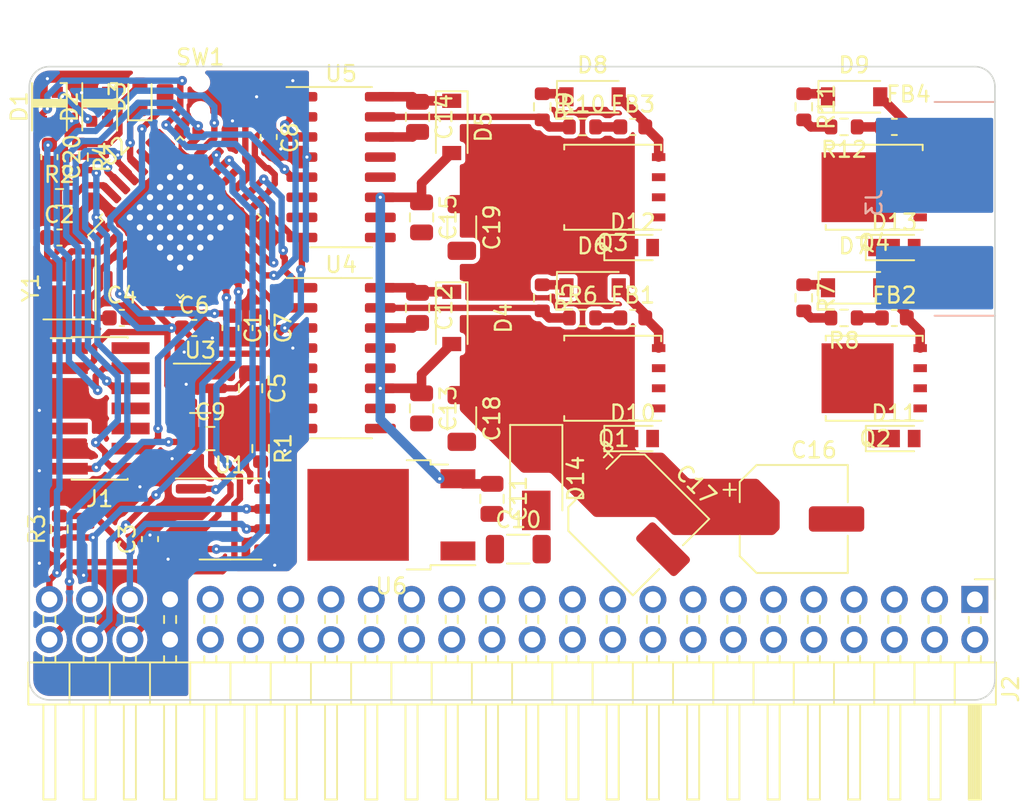
<source format=kicad_pcb>
(kicad_pcb (version 20211014) (generator pcbnew)
  (layers (0 "F.Cu" jumper) (31 "B.Cu" signal) (34 "B.Paste" user) (35 "F.Paste" user) (36 "B.SilkS" user "B.Silkscreen") (37 "F.SilkS" user "F.Silkscreen") (38 "B.Mask" user) (39 "F.Mask" user) (44 "Edge.Cuts" user))
  (net 0 "")
  (net 1 "/NRST")
  (net 2 "GND")
  (net 3 "/OSC_IN")
  (net 4 "+5V")
  (net 5 "/OSC_OUT")
  (net 6 "+3V3")
  (net 7 "VCC")
  (net 8 "GNDPWR")
  (net 9 "+12V")
  (net 10 "Net-(C12-Pad1)")
  (net 11 "/AOUT")
  (net 12 "Net-(C14-Pad1)")
  (net 13 "/BOUT")
  (net 14 "/NeoPixel")
  (net 15 "Net-(D1-Pad1)")
  (net 17 "/DISABLE")
  (net 18 "Net-(D3-Pad2)")
  (net 19 "Net-(D6-Pad1)")
  (net 20 "Net-(D6-Pad2)")
  (net 21 "Net-(D7-Pad1)")
  (net 22 "Net-(D7-Pad2)")
  (net 23 "Net-(D8-Pad1)")
  (net 24 "Net-(D8-Pad2)")
  (net 25 "Net-(D9-Pad1)")
  (net 26 "Net-(D9-Pad2)")
  (net 27 "Net-(FB1-Pad1)")
  (net 28 "Net-(FB2-Pad1)")
  (net 29 "Net-(FB3-Pad1)")
  (net 30 "Net-(FB4-Pad1)")
  (net 33 "/SWDIO")
  (net 34 "/SWCLK")
  (net 38 "/VCP_RX")
  (net 39 "/VCP_TX")
  (net 40 "/CANL")
  (net 41 "/PWM_IN2")
  (net 42 "/CANH")
  (net 43 "/PWM_IN1")
  (net 44 "Net-(R1-Pad2)")
  (net 45 "/BOOT0")
  (net 46 "/AHG")
  (net 47 "/ALG")
  (net 48 "/BHG")
  (net 49 "/BLG")
  (net 50 "/CAN_TX")
  (net 51 "/CAN_RX")
  (net 58 "/ALIN")
  (net 59 "/BLIN")
  (net 60 "/AHIN")
  (net 61 "/BHIN")
  (footprint "Resistor_SMD:R_0603_1608Metric" (layer "F.Cu") (at 179.705 102.87 -90)
    (fp_text reference "R11")
    (fp_text value "5R")
  )
  (footprint "Diode_SMD:D_SOD-123" (layer "F.Cu") (at 182.88 114.3)
    (fp_text reference "D7")
    (fp_text value "1N4148W")
  )
  (footprint "Capacitor_SMD:C_0603_1608Metric" (layer "F.Cu") (at 138.43 130.175 90)
    (fp_text reference "C3")
    (fp_text value "0.1uF")
  )
  (footprint "Inductor_SMD:L_0603_1608Metric" (layer "F.Cu") (at 168.91 104.14)
    (fp_text reference "FB3")
    (fp_text value "60Ohm 100MHz")
  )
  (footprint "Package_TO_SOT_SMD:TDSON-8-1" (layer "F.Cu") (at 167.64 120.015 180)
    (fp_text reference "Q1")
    (fp_text value "BSC025N08LS5")
  )
  (footprint "Resistor_SMD:R_0603_1608Metric" (layer "F.Cu") (at 182.245 116.205 180)
    (fp_text reference "R8")
    (fp_text value "7.5R")
  )
  (footprint "Button_Switch_additional:TVAF06-A020B-R" (layer "F.Cu") (at 141.605 102.235 90)
    (fp_text reference "SW1")
    (fp_text value "SW_Push")
  )
  (footprint "Resistor_SMD:R_0603_1608Metric" (layer "F.Cu") (at 165.735 116.205)
    (fp_text reference "R6")
    (fp_text value "7.5R")
  )
  (footprint "Resistor_SMD:R_0603_1608Metric" (layer "F.Cu") (at 182.245 104.14 180)
    (fp_text reference "R12")
    (fp_text value "7.5R")
  )
  (footprint "Capacitor_SMD:C_1206_3216Metric" (layer "F.Cu") (at 161.68 130.81)
    (fp_text reference "C10")
    (fp_text value "10uF")
  )
  (footprint "Capacitor_SMD:C_0805_2012Metric" (layer "F.Cu") (at 155.321 115.57 -90)
    (fp_text reference "C12")
    (fp_text value "10uF")
  )
  (footprint "Package_TO_SOT_SMD:TO-252-2" (layer "F.Cu") (at 153.67 128.645 180)
    (fp_text reference "U6")
    (fp_text value "L7812")
  )
  (footprint "Resistor_SMD:R_0603_1608Metric" (layer "F.Cu") (at 132.715 108.585)
    (fp_text reference "R2")
    (fp_text value "10kR")
  )
  (footprint "Capacitor_SMD:C_0805_2012Metric" (layer "F.Cu") (at 155.575 109.855 -90)
    (fp_text reference "C15")
    (fp_text value "10uF")
  )
  (footprint "Inductor_SMD:L_0603_1608Metric" (layer "F.Cu") (at 185.42 104.14)
    (fp_text reference "FB4")
    (fp_text value "60Ohm 100MHz")
  )
  (footprint "Package_SO:SOIC-8_3.9x4.9mm_P1.27mm" (layer "F.Cu") (at 143.51 128.905)
    (fp_text reference "U1")
    (fp_text value "MCP2551-I-SN")
  )
  (footprint "Package_TO_SOT_SMD:TDSON-8-1" (layer "F.Cu") (at 167.64 107.95 180)
    (fp_text reference "Q3")
    (fp_text value "BSC025N08LS5")
  )
  (footprint "Capacitor_SMD:CP_Elec_6.3x7.7" (layer "F.Cu") (at 179.07 128.905)
    (fp_text reference "C16")
    (fp_text value "33uF")
  )
  (footprint "Package_TO_SOT_SMD:SOT-23" (layer "F.Cu") (at 141.605 120.65)
    (fp_text reference "U3")
    (fp_text value "MCP1792-3302H")
  )
  (footprint "Capacitor_SMD:C_0603_1608Metric" (layer "F.Cu") (at 145.923 104.775 -90)
    (fp_text reference "C8")
    (fp_text value "0.1uF")
  )
  (footprint "Resistor_SMD:R_0603_1608Metric" (layer "F.Cu") (at 133.985 106.045 -90)
    (fp_text reference "R4")
    (fp_text value "10kR")
  )
  (footprint "Resistor_SMD:R_0603_1608Metric" (layer "F.Cu") (at 163.195 102.87 -90)
    (fp_text reference "R9")
    (fp_text value "5R")
  )
  (footprint "Capacitor_SMD:C_0805_2012Metric" (layer "F.Cu") (at 144.78 120.65 -90)
    (fp_text reference "C5")
    (fp_text value "10uF")
  )
  (footprint "Diode_additional:D_US2A" (layer "F.Cu") (at 168.91 123.825)
    (fp_text reference "D10")
    (fp_text value "CUHS20S60H3F")
  )
  (footprint "Resistor_SMD:R_0603_1608Metric" (layer "F.Cu") (at 163.195 114.935 -90)
    (fp_text reference "R5")
    (fp_text value "5R")
  )
  (footprint "Package_TO_SOT_SMD:TDSON-8-1" (layer "F.Cu") (at 184.15 120.015 180)
    (fp_text reference "Q2")
    (fp_text value "BSC025N08LS5")
  )
  (footprint "Resistor_SMD:R_0603_1608Metric" (layer "F.Cu") (at 179.705 114.935 -90)
    (fp_text reference "R7")
    (fp_text value "5R")
  )
  (footprint "Capacitor_SMD:C_0805_2012Metric" (layer "F.Cu") (at 160.02 127.635 -90)
    (fp_text reference "C11")
    (fp_text value "10uF")
  )
  (footprint "Diode_SMD:D_SMA" (layer "F.Cu") (at 162.814 126.365 -90)
    (fp_text reference "D14")
    (fp_text value "D_TVS")
  )
  (footprint "Diode_additional:D_US2A" (layer "F.Cu") (at 185.42 111.76)
    (fp_text reference "D13")
    (fp_text value "CUHS20S60H3F")
  )
  (footprint "Capacitor_SMD:C_0805_2012Metric" (layer "F.Cu") (at 155.575 121.92 -90)
    (fp_text reference "C13")
    (fp_text value "10uF")
  )
  (footprint "Capacitor_SMD:CP_Elec_6.3x7.7" (layer "F.Cu") (at 168.91 128.905 -45)
    (fp_text reference "C17")
    (fp_text value "33uF")
  )
  (footprint "Capacitor_SMD:C_0603_1608Metric" (layer "F.Cu") (at 136.652 116.205)
    (fp_text reference "C4")
    (fp_text value "22pF")
  )
  (footprint "Capacitor_SMD:C_0603_1608Metric" (layer "F.Cu") (at 141.224 116.84)
    (fp_text reference "C6")
    (fp_text value "0.1uF")
  )
  (footprint "Capacitor_SMD:C_1206_3216Metric" (layer "F.Cu") (at 158.115 110.49 -90)
    (fp_text reference "C19")
    (fp_text value "10uF")
  )
  (footprint "Resistor_SMD:R_0603_1608Metric" (layer "F.Cu") (at 145.415 124.46 -90)
    (fp_text reference "R1")
    (fp_text value "10kR")
  )
  (footprint "Inductor_SMD:L_0603_1608Metric" (layer "F.Cu") (at 185.42 116.205)
    (fp_text reference "FB2")
    (fp_text value "60Ohm 100MHz")
  )
  (footprint "Capacitor_SMD:C_0805_2012Metric" (layer "F.Cu") (at 142.245 123.825)
    (fp_text reference "C9")
    (fp_text value "10uF")
  )
  (footprint "Capacitor_SMD:C_0805_2012Metric" (layer "F.Cu") (at 155.321 103.505 -90)
    (fp_text reference "C14")
    (fp_text value "10uF")
  )
  (footprint "Package_QFP:LQFP-32_7x7mm_P0.8mm" (layer "F.Cu") (at 140.335 109.855 45)
    (fp_text reference "U2")
    (fp_text value "STM32F303K8Tx")
  )
  (footprint "Package_TO_SOT_SMD:TDSON-8-1" (layer "F.Cu") (at 184.15 107.95 180)
    (fp_text reference "Q4")
    (fp_text value "BSC025N08LS5")
  )
  (footprint "LED_SMD:LED_0603_1608Metric" (layer "F.Cu") (at 137.795 102.235 90)
    (fp_text reference "D3")
    (fp_text value "LED")
  )
  (footprint "Diode_SMD:D_SOD-123" (layer "F.Cu") (at 157.48 116.205 -90)
    (fp_text reference "D4")
    (fp_text value "1N4148W")
  )
  (footprint "Capacitor_SMD:C_0603_1608Metric" (layer "F.Cu") (at 143.51 116.84 -90)
    (fp_text reference "C1")
    (fp_text value "0.1uF")
  )
  (footprint "Resistor_SMD:R_0603_1608Metric" (layer "F.Cu") (at 165.735 104.14)
    (fp_text reference "R10")
    (fp_text value "7.5R")
  )
  (footprint "Connector_PinHeader_2.54mm:PinHeader_2x24_P2.54mm_Horizontal" (layer "F.Cu") (at 190.5 133.985 -90)
    (fp_text reference "J2")
    (fp_text value "Header_hol_02x24")
  )
  (footprint "Crystal:Crystal_SMD_3225-4Pin_3.2x2.5mm" (layer "F.Cu") (at 133.35 114.3 90)
    (fp_text reference "Y1")
    (fp_text value "16MHz")
  )
  (footprint "Package_SO:SOIC-16_3.9x9.9mm_P1.27mm" (layer "F.Cu") (at 150.495 106.68)
    (fp_text reference "U5")
    (fp_text value "2EDF7175")
  )
  (footprint "Package_SO:SOIC-16_3.9x9.9mm_P1.27mm" (layer "F.Cu") (at 150.495 118.745)
    (fp_text reference "U4")
    (fp_text value "2EDF7175")
  )
  (footprint "Capacitor_SMD:C_0603_1608Metric" (layer "F.Cu") (at 145.415 116.84 -90)
    (fp_text reference "C7")
    (fp_text value "0.1uF")
  )
  (footprint "LED_additional:LED_2020Metric_WS2812C_2.0x2.0mm_P1.0mm" (layer "F.Cu") (at 135.255 102.87 90)
    (fp_text reference "D2")
    (fp_text value "WS2812C")
  )
  (footprint "Diode_SMD:D_SOD-123" (layer "F.Cu") (at 166.37 114.3)
    (fp_text reference "D6")
    (fp_text value "1N4148W")
  )
  (footprint "Diode_SMD:D_SOD-123" (layer "F.Cu") (at 157.48 104.14 -90)
    (fp_text reference "D5")
    (fp_text value "1N4148W")
  )
  (footprint "Inductor_SMD:L_0603_1608Metric" (layer "F.Cu") (at 168.91 116.205)
    (fp_text reference "FB1")
    (fp_text value "60Ohm 100MHz")
  )
  (footprint "Capacitor_SMD:C_0603_1608Metric" (layer "F.Cu") (at 132.08 106.045 -90)
    (fp_text reference "C20")
    (fp_text value "0.1uF")
  )
  (footprint "Diode_SMD:D_SOD-123" (layer "F.Cu") (at 166.37 102.235)
    (fp_text reference "D8")
    (fp_text value "1N4148W")
  )
  (footprint "Connector_PinHeader_1.27mm:PinHeader_2x07_P1.27mm_Vertical_SMD" (layer "F.Cu") (at 135.255 121.92)
    (fp_text reference "J1")
    (fp_text value "Conn_02x07_Odd_Even")
  )
  (footprint "Capacitor_SMD:C_0603_1608Metric" (layer "F.Cu") (at 132.715 111.125)
    (fp_text reference "C2")
    (fp_text value "22pF")
  )
  (footprint "LED_additional:LED_2020Metric_WS2812C_2.0x2.0mm_P1.0mm" (layer "F.Cu") (at 132.08 102.87 90)
    (fp_text reference "D1")
    (fp_text value "WS2812C")
  )
  (footprint "Diode_additional:D_US2A" (layer "F.Cu") (at 168.91 111.76)
    (fp_text reference "D12")
    (fp_text value "CUHS20S60H3F")
  )
  (footprint "Capacitor_SMD:C_1206_3216Metric" (layer "F.Cu") (at 158.115 122.555 -90)
    (fp_text reference "C18")
    (fp_text value "10uF")
  )
  (footprint "Diode_additional:D_US2A" (layer "F.Cu") (at 185.42 123.825)
    (fp_text reference "D11")
    (fp_text value "CUHS20S60H3F")
  )
  (footprint "Diode_SMD:D_SOD-123" (layer "F.Cu") (at 182.88 102.235)
    (fp_text reference "D9")
    (fp_text value "1N4148W")
  )
  (footprint "Resistor_SMD:R_0603_1608Metric" (layer "F.Cu") (at 132.715 129.54 90)
    (fp_text reference "R3")
    (fp_text value "120R")
  )
  (footprint "Connector_T_connector:T_connecter_female_horizontal" (layer "B.Cu") (at 187.96 109.565)
    (fp_text reference "J3")
    (fp_text value "Output")
  )
  (gr_arc (start 190.5 100.33) (mid 191.398026 100.701974) (end 191.77 101.6) (layer "Edge.Cuts") (width 0.1))
  (gr_arc (start 191.77 139.065) (mid 191.398026 139.963026) (end 190.5 140.335) (layer "Edge.Cuts") (width 0.1))
  (gr_line (start 132.08 140.335) (end 190.5 140.335) (layer "Edge.Cuts") (width 0.1))
  (gr_line (start 130.81 101.6) (end 130.81 139.065) (layer "Edge.Cuts") (width 0.1))
  (gr_line (start 191.77 139.065) (end 191.77 101.6) (layer "Edge.Cuts") (width 0.1))
  (gr_arc (start 132.08 140.335) (mid 131.181974 139.963026) (end 130.81 139.065) (layer "Edge.Cuts") (width 0.1))
  (gr_line (start 190.5 100.33) (end 132.08 100.33) (layer "Edge.Cuts") (width 0.1))
  (gr_arc (start 130.81 101.6) (mid 131.181974 100.701974) (end 132.08 100.33) (layer "Edge.Cuts") (width 0.1))
  (segment (start 139.38 102.235) (end 139.38 102.809) (width 0.4) (layer "F.Cu") (net 1))
  (segment (start 136.525 113.099314) (end 136.525 114.681) (width 0.4) (layer "F.Cu") (net 1))
  (segment (start 138.304022 124.46) (end 137.205 124.46) (width 0.4) (layer "F.Cu") (net 1))
  (segment (start 142.505988 115.922629) (end 143.367629 115.922629) (width 0.4) (layer "F.Cu") (net 1))
  (segment (start 143.367629 115.922629) (end 143.51 116.065) (width 0.4) (layer "F.Cu") (net 1))
  (segment (start 139.38 102.809) (end 137.922 104.267) (width 0.4) (layer "F.Cu") (net 1))
  (segment (start 138.938 123.826022) (end 138.304022 124.46) (width 0.4) (layer "F.Cu") (net 1))
  (segment (start 137.099986 112.524328) (end 136.525 113.099314) (width 0.4) (layer "F.Cu") (net 1))
  (segment (start 138.938 123.19) (end 138.938 123.826022) (width 0.4) (layer "F.Cu") (net 1))
  (via (at 136.525 114.681) (size 0.6) (drill 0.2) (layers "F.Cu" "B.Cu") (net 1))
  (via (at 138.938 123.19) (size 0.6) (drill 0.2) (layers "F.Cu" "B.Cu") (net 1))
  (via (at 142.505988 115.922629) (size 0.6) (drill 0.2) (layers "F.Cu" "B.Cu") (net 1))
  (via (at 137.922 104.267) (size 0.6) (drill 0.2) (layers "F.Cu" "B.Cu") (net 1))
  (segment (start 136.525 114.681) (end 137.766629 115.922629) (width 0.4) (layer "B.Cu") (net 1))
  (segment (start 135.931062 110.397046) (end 136.525 110.990984) (width 0.4) (layer "B.Cu") (net 1))
  (segment (start 138.938 118.745) (end 138.938 123.19) (width 0.4) (layer "B.Cu") (net 1))
  (segment (start 137.922 107.898113) (end 135.931062 109.889051) (width 0.4) (layer "B.Cu") (net 1))
  (segment (start 135.931062 109.889051) (end 135.931062 110.397046) (width 0.4) (layer "B.Cu") (net 1))
  (segment (start 142.505988 115.922629) (end 141.760371 115.922629) (width 0.4) (layer "B.Cu") (net 1))
  (segment (start 141.760371 115.922629) (end 138.938 118.745) (width 0.4) (layer "B.Cu") (net 1))
  (segment (start 136.525 110.990984) (end 136.525 114.681) (width 0.4) (layer "B.Cu") (net 1))
  (segment (start 137.922 104.267) (end 137.922 107.898113) (width 0.4) (layer "B.Cu") (net 1))
  (segment (start 137.766629 115.922629) (end 142.505988 115.922629) (width 0.4) (layer "B.Cu") (net 1))
  (segment (start 140.335 106.68) (end 140.335 104.648) (width 0.2) (layer "F.Cu") (net 2))
  (segment (start 140.335 115.189) (end 140.335 113.919) (width 0.2) (layer "F.Cu") (net 2))
  (segment (start 140.335 103.802772) (end 140.843 103.294772) (width 0.2) (layer "F.Cu") (net 2))
  (segment (start 131.445 114.3) (end 131.19048 114.04548) (width 0.2) (layer "F.Cu") (net 2))
  (segment (start 140.335 104.648) (end 140.335 103.802772) (width 0.2) (layer "F.Cu") (net 2))
  (segment (start 131.19048 114.04548) (end 131.19048 110.36352) (width 0.2) (layer "F.Cu") (net 2))
  (segment (start 140.843 103.294772) (end 140.843 102.743) (width 0.2) (layer "F.Cu") (net 2))
  (segment (start 131.19048 110.36352) (end 131.572 109.982) (width 0.2) (layer "F.Cu") (net 2))
  (via (at 139.7 112.395) (size 0.8) (drill 0.4) (layers "F.Cu" "B.Cu") (net 2))
  (via (at 141.605 109.22) (size 0.8) (drill 0.4) (layers "F.Cu" "B.Cu") (net 2))
  (via (at 140.589 118.364) (size 0.6) (drill 0.2) (layers "F.Cu" "B.Cu") (net 2))
  (via (at 140.335 110.49) (size 0.8) (drill 0.4) (layers "F.Cu" "B.Cu") (net 2))
  (via (at 140.97 111.125) (size 0.8) (drill 0.4) (layers "F.Cu" "B.Cu") (net 2))
  (via (at 137.795 110.49) (size 0.8) (drill 0.4) (layers "F.Cu" "B.Cu") (net 2))
  (via (at 139.7 107.315) (size 0.8) (drill 0.4) (layers "F.Cu" "B.Cu") (net 2))
  (via (at 137.795 109.22) (size 0.8) (drill 0.4) (layers "F.Cu" "B.Cu") (net 2))
  (via (at 131.445 128.27) (size 0.6) (drill 0.2) (layers "F.Cu" "B.Cu") (net 2))
  (via (at 142.24 108.585) (size 0.8) (drill 0.4) (layers "F.Cu" "B.Cu") (net 2))
  (via (at 137.795 126.873) (size 0.6) (drill 0.2) (layers "F.Cu" "B.Cu") (net 2))
  (via (at 139.827 125.095) (size 0.6) (drill 0.2) (layers "F.Cu" "B.Cu") (net 2))
  (via (at 140.335 113.03) (size 0.8) (drill 0.4) (layers "F.Cu" "B.Cu") (net 2))
  (via (at 134.239 132.461) (size 0.6) (drill 0.2) (layers "F.Cu" "B.Cu") (net 2))
  (via (at 131.445 125.857) (size 0.6) (drill 0.2) (layers "F.Cu" "B.Cu") (net 2))
  (via (at 145.161 102.235) (size 0.6) (drill 0.2) (layers "F.Cu" "B.Cu") (net 2))
  (via (at 142.875 110.49) (size 0.8) (drill 0.4) (layers "F.Cu" "B.Cu") (net 2))
  (via (at 141.605 110.49) (size 0.8) (drill 0.4) (layers "F.Cu" "B.Cu") (net 2))
  (via (at 131.953 101.092) (size 0.6) (drill 0.2) (layers "F.Cu" "B.Cu") (net 2))
  (via (at 147.447 118.11) (size 0.6) (drill 0.2) (layers "F.Cu" "B.Cu") (net 2))
  (via (at 139.065 109.22) (size 0.8) (drill 0.4) (layers "F.Cu" "B.Cu") (net 2))
  (via (at 135.636 127.762) (size 0.6) (drill 0.2) (layers "F.Cu" "B.Cu") (net 2))
  (via (at 138.43 129.921) (size 0.6) (drill 0.2) (layers "F.Cu" "B.Cu") (net 2))
  (via (at 148.336 106.045) (size 0.6) (drill 0.2) (layers "F.Cu" "B.Cu") (net 2))
  (via (at 138.43 108.585) (size 0.8) (drill 0.4) (layers "F.Cu" "B.Cu") (net 2))
  (via (at 139.7 109.855) (size 0.8) (drill 0.4) (layers "F.Cu" "B.Cu") (net 2))
  (via (at 131.445 122.047) (size 0.6) (drill 0.2) (layers "F.Cu" "B.Cu") (net 2))
  (via (at 146.685 105.537) (size 0.6) (drill 0.2) (layers "F.Cu" "B.Cu") (net 2))
  (via (at 140.335 106.68) (size 0.8) (drill 0.4) (layers "F.Cu" "B.Cu") (net 2))
  (via (at 141.605 111.76) (size 0.8) (drill 0.4) (layers "F.Cu" "B.Cu") (net 2))
  (via (at 140.97 107.315) (size 0.8) (drill 0.4) (layers "F.Cu" "B.Cu") (net 2))
  (via (at 138.43 111.125) (size 0.8) (drill 0.4) (layers "F.Cu" "B.Cu") (net 2))
  (via (at 134.112 101.981) (size 0.6) (drill 0.2) (layers "F.Cu" "B.Cu") (net 2))
  (via (at 140.97 109.855) (size 0.8) (drill 0.4) (layers "F.Cu" "B.Cu") (net 2))
  (via (at 142.24 109.855) (size 0.8) (drill 0.4) (layers "F.Cu" "B.Cu") (net 2))
  (via (at 140.97 108.585) (size 0.8) (drill 0.4) (layers "F.Cu" "B.Cu") (net 2))
  (via (at 143.637 103.759) (size 0.6) (drill 0.2) (layers "F.Cu" "B.Cu") (net 2))
  (via (at 142.875 109.22) (size 0.8) (drill 0.4) (layers "F.Cu" "B.Cu") (net 2))
  (via (at 140.335 107.95) (size 0.8) (drill 0.4) (layers "F.Cu" "B.Cu") (net 2))
  (via (at 140.335 109.22) (size 0.8) (drill 0.4) (layers "F.Cu" "B.Cu") (net 2))
  (via (at 139.065 111.76) (size 0.8) (drill 0.4) (layers "F.Cu" "B.Cu") (net 2))
  (via (at 140.335 115.189) (size 0.6) (drill 0.2) (layers "F.Cu" "B.Cu") (net 2))
  (via (at 137.16 109.855) (size 0.8) (drill 0.4) (layers "F.Cu" "B.Cu") (net 2))
  (via (at 146.939 124.587) (size 0.6) (drill 0.2) (layers "F.Cu" "B.Cu") (net 2))
  (via (at 139.7 108.585) (size 0.8) (drill 0.4) (layers "F.Cu" "B.Cu") (net 2))
  (via (at 140.335 111.76) (size 0.8) (drill 0.4) (layers "F.Cu" "B.Cu") (net 2))
  (via (at 131.445 114.3) (size 0.6) (drill 0.2) (layers "F.Cu" "B.Cu") (net 2))
  (via (at 140.716 120.396) (size 0.6) (drill 0.2) (layers "F.Cu" "B.Cu") (net 2))
  (via (at 131.445 131.699) (size 0.6) (drill 0.2) (layers "F.Cu" "B.Cu") (net 2))
  (via (at 143.51 109.855) (size 0.8) (drill 0.4) (layers "F.Cu" "B.Cu") (net 2))
  (via (at 133.477 103.759) (size 0.6) (drill 0.2) (layers "F.Cu" "B.Cu") (net 2))
  (via (at 147.447 101.219) (size 0.6) (drill 0.2) (layers "F.Cu" "B.Cu") (net 2))
  (via (at 139.065 110.49) (size 0.8) (drill 0.4) (layers "F.Cu" "B.Cu") (net 2))
  (via (at 141.605 107.95) (size 0.8) (drill 0.4) (layers "F.Cu" "B.Cu") (net 2))
  (via (at 142.24 111.125) (size 0.8) (drill 0.4) (layers "F.Cu" "B.Cu") (net 2))
  (via (at 142.367 117.475) (size 0.6) (drill 0.2) (layers "F.Cu" "B.Cu") (net 2))
  (via (at 139.573 131.445) (size 0.6) (drill 0.2) (layers "F.Cu" "B.Cu") (net 2))
  (via (at 140.97 112.395) (size 0.8) (drill 0.4) (layers "F.Cu" "B.Cu") (net 2))
  (via (at 139.065 107.95) (size 0.8) (drill 0.4) (layers "F.Cu" "B.Cu") (net 2))
  (via (at 138.43 109.855) (size 0.8) (drill 0.4) (layers "F.Cu" "B.Cu") (net 2))
  (via (at 146.304 131.826) (size 0.6) (drill 0.2) (layers "F.Cu" "B.Cu") (net 2))
  (via (at 139.7 111.125) (size 0.8) (drill 0.4) (layers "F.Cu" "B.Cu") (net 2))
  (segment (start 139.573 131.445) (end 139.573 131.064) (width 0.2) (layer "B.Cu") (net 2))
  (segment (start 135.636 127.762) (end 134.239 129.159) (width 0.2) (layer "B.Cu") (net 2))
  (segment (start 139.573 131.064) (end 138.43 129.921) (width 0.2) (layer "B.Cu") (net 2))
  (segment (start 134.239 129.159) (end 134.239 132.461) (width 0.2) (layer "B.Cu") (net 2))
  (segment (start 131.94 111.125) (end 131.94 112.64) (width 0.4) (layer "F.Cu") (net 3))
  (segment (start 132.5 112.991) (end 133.49148 111.99952) (width 0.4) (layer "F.Cu") (net 3))
  (segment (start 132.5 113.2) (end 132.5 112.991) (width 0.4) (layer "F.Cu") (net 3))
  (segment (start 133.49148 111.99952) (end 135.362053 111.99952) (width 0.4) (layer "F.Cu") (net 3))
  (segment (start 131.94 112.64) (end 132.5 113.2) (width 0.4) (layer "F.Cu") (net 3))
  (segment (start 135.362053 111.99952) (end 135.968616 111.392957) (width 0.4) (layer "F.Cu") (net 3))
  (segment (start 139.84 129.54) (end 138.43 130.95) (width 0.4) (layer "F.Cu") (net 4))
  (segment (start 133.314303 102.778697) (end 132.58 103.513) (width 0.4) (layer "F.Cu") (net 4))
  (segment (start 142.5425 120.65) (end 142.29548 120.89702) (width 0.4) (layer "F.Cu") (net 4))
  (segment (start 142.748 128.651) (end 141.859 129.54) (width 0.4) (layer "F.Cu") (net 4))
  (segment (start 135.498697 102.778697) (end 133.314303 102.778697) (width 0.4) (layer "F.Cu") (net 4))
  (segment (start 132.08 132.782919) (end 132.08 133.985) (width 0.4) (layer "F.Cu") (net 4))
  (segment (start 138.43 130.95) (end 137.743499 131.636501) (width 0.4) (layer "F.Cu") (net 4))
  (segment (start 137.743499 131.636501) (end 133.226418 131.636501) (width 0.4) (layer "F.Cu") (net 4))
  (segment (start 132.015926 105.27) (end 131.9927 105.293226) (width 0.4) (layer "F.Cu") (net 4))
  (segment (start 132.08 105.27) (end 132.015926 105.27) (width 0.4) (layer "F.Cu") (net 4))
  (segment (start 132.58 103.513) (end 132.58 103.785) (width 0.4) (layer "F.Cu") (net 4))
  (segment (start 142.29548 125.53148) (end 143.51 126.746) (width 0.4) (layer "F.Cu") (net 4))
  (segment (start 141.859 129.54) (end 141.035 129.54) (width 0.4) (layer "F.Cu") (net 4))
  (segment (start 135.755 103.035) (end 135.498697 102.778697) (width 0.4) (layer "F.Cu") (net 4))
  (segment (start 143.51 127.381) (end 142.748 128.143) (width 0.4) (layer "F.Cu") (net 4))
  (segment (start 142.29548 120.89702) (end 142.29548 125.53148) (width 0.4) (layer "F.Cu") (net 4))
  (segment (start 132.558459 132.304459) (end 132.08 132.782919) (width 0.4) (layer "F.Cu") (net 4))
  (segment (start 141.035 129.54) (end 139.84 129.54) (width 0.4) (layer "F.Cu") (net 4))
  (segment (start 133.226418 131.636501) (end 132.558459 132.304459) (width 0.4) (layer "F.Cu") (net 4))
  (segment (start 132.08 105.27) (end 132.58 104.77) (width 0.4) (layer "F.Cu") (net 4))
  (segment (start 143.83 120.65) (end 144.78 119.7) (width 0.4) (layer "F.Cu") (net 4))
  (segment (start 142.5425 120.65) (end 143.83 120.65) (width 0.4) (layer "F.Cu") (net 4))
  (segment (start 132.58 104.77) (end 132.58 103.785) (width 0.4) (layer "F.Cu") (net 4))
  (segment (start 142.748 128.143) (end 142.748 128.651) (width 0.4) (layer "F.Cu") (net 4))
  (segment (start 135.755 103.785) (end 135.755 103.035) (width 0.4) (layer "F.Cu") (net 4))
  (segment (start 143.51 126.746) (end 143.51 127.381) (width 0.4) (layer "F.Cu") (net 4))
  (via (at 132.558459 132.304459) (size 0.6) (drill 0.2) (layers "F.Cu" "B.Cu") (net 4))
  (via (at 131.9927 105.293226) (size 0.6) (drill 0.2) (layers "F.Cu" "B.Cu") (net 4))
  (segment (start 132.558459 127.156541) (end 132.715 127) (width 0.4) (layer "B.Cu") (net 4))
  (segment (start 132.715 112.649) (end 131.944511 111.878511) (width 0.4) (layer "B.Cu") (net 4))
  (segment (start 132.558459 132.304459) (end 132.558459 127.156541) (width 0.4) (layer "B.Cu") (net 4))
  (segment (start 132.715 127) (end 132.715 112.649) (width 0.4) (layer "B.Cu") (net 4))
  (segment (start 131.9927 105.421783) (end 131.9927 105.293226) (width 0.4) (layer "B.Cu") (net 4))
  (segment (start 131.944511 105.469972) (end 131.9927 105.421783) (width 0.4) (layer "B.Cu") (net 4))
  (segment (start 131.944511 111.878511) (end 131.944511 105.469972) (width 0.4) (layer "B.Cu") (net 4))
  (segment (start 134.2 115.4) (end 134.2 115.404) (width 0.4) (layer "F.Cu") (net 5))
  (segment (start 135.2775 113.215444) (end 135.2775 114.3225) (width 0.4) (layer "F.Cu") (net 5))
  (segment (start 135.2775 114.3225) (end 134.2 115.4) (width 0.4) (layer "F.Cu") (net 5))
  (segment (start 134.2 115.404) (end 135.001 116.205) (width 0.4) (layer "F.Cu") (net 5))
  (segment (start 136.534301 111.958643) (end 135.2775 113.215444) (width 0.4) (layer "F.Cu") (net 5))
  (segment (start 135.001 116.205) (end 135.877 116.205) (width 0.4) (layer "F.Cu") (net 5))
  (segment (start 135.40293 110.209777) (end 135.042055 109.848902) (width 0.4) (layer "F.Cu") (net 6))
  (segment (start 145.987501 108.162297) (end 145.26707 108.882728) (width 0.4) (layer "F.Cu") (net 6))
  (segment (start 137.176507 114.226516) (end 139.789991 116.84) (width 0.4) (layer "F.Cu") (net 6))
  (segment (start 145.987501 108.050244) (end 145.987501 108.162297) (width 0.4) (layer "F.Cu") (net 6))
  (segment (start 146.306001 107.152256) (end 146.306001 107.731744) (width 0.4) (layer "F.Cu") (net 6))
  (segment (start 145.923 104) (end 145.04848 104.87452) (width 0.4) (layer "F.Cu") (net 6))
  (segment (start 146.28952 118.098684) (end 145.973602 118.414602) (width 0.4) (layer "F.Cu") (net 6))
  (segment (start 145.757295 106.742499) (end 145.896244 106.742499) (width 0.4) (layer "F.Cu") (net 6))
  (segment (start 146.939 116.84) (end 148.02 116.84) (width 0.4) (layer "F.Cu") (net 6))
  (segment (start 147.509342 111.125) (end 148.02 111.125) (width 0.4) (layer "F.Cu") (net 6))
  (segment (start 148.02 111.125) (end 148.02 113.092) (width 0.4) (layer "F.Cu") (net 6))
  (segment (start 146.19 116.84) (end 146.939 116.84) (width 0.4) (layer "F.Cu") (net 6))
  (segment (start 141.295 122.2275) (end 140.6675 121.6) (width 0.4) (layer "F.Cu") (net 6))
  (segment (start 135.846467 117.099511) (end 134.904511 118.041467) (width 0.4) (layer "F.Cu") (net 6))
  (segment (start 134.404022 119.38) (end 133.305 119.38) (width 0.4) (layer "F.Cu") (net 6))
  (segment (start 145.04848 106.033684) (end 145.757295 106.742499) (width 0.4) (layer "F.Cu") (net 6))
  (segment (start 139.53048 117.099511) (end 139.53048 120.46298) (width 0.4) (layer "F.Cu") (net 6))
  (segment (start 139.789991 116.84) (end 139.53048 117.099511) (width 0.4) (layer "F.Cu") (net 6))
  (segment (start 146.431 118.872) (end 146.431 122.083138) (width 0.4) (layer "F.Cu") (net 6))
  (segment (start 135.40293 110.827272) (end 135.40293 110.209777) (width 0.4) (layer "F.Cu") (net 6))
  (segment (start 146.306001 107.731744) (end 145.987501 108.050244) (width 0.4) (layer "F.Cu") (net 6))
  (segment (start 139.53048 117.099511) (end 135.846467 117.099511) (width 0.4) (layer "F.Cu") (net 6))
  (segment (start 146.431 122.083138) (end 147.537862 123.19) (width 0.4) (layer "F.Cu") (net 6))
  (segment (start 134.904511 118.041467) (end 134.904511 118.879511) (width 0.4) (layer "F.Cu") (net 6))
  (segment (start 137.665672 113.090014) (end 137.176507 113.579179) (width 0.4) (layer "F.Cu") (net 6))
  (segment (start 145.923684 118.46452) (end 142.07352 118.46452) (width 0.4) (layer "F.Cu") (net 6))
  (segment (start 141.295 123.825) (end 141.08283 124.03717) (width 0.4) (layer "F.Cu") (net 6))
  (segment (start 148.02 113.092) (end 147.955 113.157) (width 0.4) (layer "F.Cu") (net 6))
  (segment (start 134.904511 118.879511) (end 134.404022 119.38) (width 0.4) (layer "F.Cu") (net 6))
  (segment (start 145.973602 118.414602) (end 146.431 118.872) (width 0.4) (layer "F.Cu") (net 6))
  (segment (start 142.07352 118.46452) (end 140.449 116.84) (width 0.4) (layer "F.Cu") (net 6))
  (segment (start 146.939 116.84) (end 146.28952 117.48948) (width 0.4) (layer "F.Cu") (net 6))
  (segment (start 141.08283 124.03717) (end 139.604872 124.03717) (width 0.4) (layer "F.Cu") (net 6))
  (segment (start 146.28952 117.48948) (end 146.28952 118.098684) (width 0.4) (layer "F.Cu") (net 6))
  (segment (start 145.896244 106.742499) (end 146.306001 107.152256) (width 0.4) (layer "F.Cu") (net 6))
  (segment (start 141.295 123.825) (end 141.295 122.2275) (width 0.4) (layer "F.Cu") (net 6))
  (segment (start 145.04848 104.87452) (end 145.04848 106.033684) (width 0.4) (layer "F.Cu") (net 6))
  (segment (start 133.985 106.87) (end 134.85732 106.87) (width 0.4) (layer "F.Cu") (net 6))
  (segment (start 133.35 135.255) (end 133.35 132.842) (width 0.4) (layer "F.Cu") (net 6))
  (segment (start 145.973602 118.414602) (end 145.923684 118.46452) (width 0.4) (layer "F.Cu") (net 6))
  (segment (start 145.415 116.065) (end 146.19 116.84) (width 0.4) (layer "F.Cu") (net 6))
  (segment (start 139.53048 120.46298) (end 140.6675 121.6) (width 0.4) (layer "F.Cu") (net 6))
  (segment (start 145.26707 108.882728) (end 147.509342 111.125) (width 0.4) (layer "F.Cu") (net 6))
  (segment (start 146.698 104.775) (end 148.02 104.775) (width 0.4) (layer "F.Cu") (net 6))
  (segment (start 132.08 136.525) (end 133.35 135.255) (width 0.4) (layer "F.Cu") (net 6))
  (segment (start 139.789991 116.84) (end 140.449 116.84) (width 0.4) (layer "F.Cu") (net 6))
  (segment (start 134.85732 106.87) (end 135.042055 107.054735) (width 0.4) (layer "F.Cu") (net 6))
  (segment (start 147.537862 123.19) (end 148.02 123.19) (width 0.4) (layer "F.Cu") (net 6))
  (segment (start 137.176507 113.579179) (end 137.176507 114.226516) (width 0.4) (layer "F.Cu") (net 6))
  (segment (start 145.923 104) (end 146.698 104.775) (width 0.4) (layer "F.Cu") (net 6))
  (via (at 139.789991 116.84) (size 0.6) (drill 0.2) (layers "F.Cu" "B.Cu") (net 6))
  (via (at 135.042055 107.054735) (size 0.6) (drill 0.2) (layers "F.Cu" "B.Cu") (net 6))
  (via (at 135.042055 109.848902) (size 0.6) (drill 0.2) (layers "F.Cu" "B.Cu") (net 6))
  (via (at 146.939 116.84) (size 0.6) (drill 0.2) (layers "F.Cu" "B.Cu") (net 6))
  (via (at 139.604872 124.03717) (size 0.6) (drill 0.2) (layers "F.Cu" "B.Cu") (net 6))
  (via (at 147.955 113.157) (size 0.6) (drill 0.2) (layers "F.Cu" "B.Cu") (net 6))
  (via (at 133.35 132.842) (size 0.6) (drill 0.2) (layers "F.Cu" "B.Cu") (net 6))
  (segment (start 135.712554 114.884554) (end 135.712554 111.026374) (width 0.4) (layer "B.Cu") (net 6))
  (segment (start 133.35 132.842) (end 133.35 128.651) (width 0.4) (layer "B.Cu") (net 6))
  (segment (start 139.789991 116.84) (end 137.668 116.84) (width 0.4) (layer "B.Cu") (net 6))
  (segment (start 133.35 128.651) (end 137.96383 124.03717) (width 0.4) (layer "B.Cu") (net 6))
  (segment (start 147.955 113.157) (end 147.955 115.824) (width 0.4) (layer "B.Cu") (net 6))
  (segment (start 137.668 116.84) (end 135.712554 114.884554) (width 0.4) (layer "B.Cu") (net 6))
  (segment (start 135.042055 110.355875) (end 135.042055 109.848902) (width 0.4) (layer "B.Cu") (net 6))
  (segment (start 135.042055 109.848902) (end 135.042055 107.054735) (width 0.4) (layer "B.Cu") (net 6))
  (segment (start 135.712554 111.026374) (end 135.042055 110.355875) (width 0.4) (layer "B.Cu") (net 6))
  (segment (start 137.96383 124.03717) (end 139.604872 124.03717) (width 0.4) (layer "B.Cu") (net 6))
  (segment (start 147.955 115.824) (end 146.939 116.84) (width 0.4) (layer "B.Cu") (net 6))
  (segment (start 155.575 119.76) (end 157.48 117.855) (width 0.6) (layer "F.Cu") (net 9))
  (segment (start 157.87 126.365) (end 156.718 126.365) (width 0.6) (layer "F.Cu") (net 9))
  (segment (start 160.02 126.685) (end 158.19 126.685) (width 0.6) (layer "F.Cu") (net 9))
  (segment (start 155.255 120.65) (end 155.575 120.97) (width 0.6) (layer "F.Cu") (net 9))
  (segment (start 155.575 120.97) (end 155.575 119.76) (width 0.6) (layer "F.Cu") (net 9))
  (segment (start 155.575 107.695) (end 157.48 105.79) (width 0.6) (layer "F.Cu") (net 9))
  (segment (start 155.575 108.905) (end 155.575 107.695) (width 0.6) (layer "F.Cu") (net 9))
  (segment (start 155.255 108.585) (end 155.575 108.905) (width 0.6) (layer "F.Cu") (net 9))
  (segment (start 152.97 108.585) (end 155.255 108.585) (width 0.6) (layer "F.Cu") (net 9))
  (segment (start 152.97 120.65) (end 155.255 120.65) (width 0.6) (layer "F.Cu") (net 9))
  (segment (start 158.19 126.685) (end 157.87 126.365) (width 0.6) (layer "F.Cu") (net 9))
  (via (at 152.97 120.65) (size 0.6) (drill 0.2) (layers "F.Cu" "B.Cu") (net 9))
  (via (at 156.718 126.365) (size 0.6) (drill 0.2) (layers "F.Cu" "B.Cu") (net 9))
  (via (at 152.97 108.585) (size 0.6) (drill 0.2) (layers "F.Cu" "B.Cu") (net 9))
  (segment (start 152.97 122.617) (end 152.97 120.65) (width 0.6) (layer "B.Cu") (net 9))
  (segment (start 156.718 126.365) (end 152.97 122.617) (width 0.6) (layer "B.Cu") (net 9))
  (segment (start 152.97 120.65) (end 152.97 108.585) (width 0.6) (layer "B.Cu") (net 9))
  (segment (start 155.001 114.3) (end 155.321 114.62) (width 0.6) (layer "F.Cu") (net 10))
  (segment (start 157.48 114.555) (end 155.386 114.555) (width 0.6) (layer "F.Cu") (net 10))
  (segment (start 152.97 114.3) (end 155.001 114.3) (width 0.6) (layer "F.Cu") (net 10))
  (segment (start 155.386 114.555) (end 155.321 114.62) (width 0.6) (layer "F.Cu") (net 10))
  (segment (start 152.97 116.84) (end 155.001 116.84) (width 0.6) (layer "F.Cu") (net 11))
  (segment (start 155.001 116.84) (end 155.321 116.52) (width 0.6) (layer "F.Cu") (net 11))
  (segment (start 157.48 102.49) (end 155.386 102.49) (width 0.6) (layer "F.Cu") (net 12))
  (segment (start 155.001 102.235) (end 155.321 102.555) (width 0.6) (layer "F.Cu") (net 12))
  (segment (start 155.386 102.49) (end 155.321 102.555) (width 0.6) (layer "F.Cu") (net 12))
  (segment (start 152.97 102.235) (end 155.001 102.235) (width 0.6) (layer "F.Cu") (net 12))
  (segment (start 152.97 104.775) (end 155.001 104.775) (width 0.6) (layer "F.Cu") (net 13))
  (segment (start 155.001 104.775) (end 155.321 104.455) (width 0.6) (layer "F.Cu") (net 13))
  (segment (start 144.701384 111.392957) (end 146.027955 112.719528) (width 0.4) (layer "F.Cu") (net 14))
  (segment (start 131.58 103.785) (end 131.58 103.37) (width 0.4) (layer "F.Cu") (net 14))
  (segment (start 140.343489 103.087867) (end 140.343489 101.337511) (width 0.4) (layer "F.Cu") (net 14))
  (segment (start 131.58 103.37) (end 131.953 102.997) (width 0.4) (layer "F.Cu") (net 14))
  (segment (start 139.446 104.013) (end 139.446 103.985356) (width 0.4) (layer "F.Cu") (net 14))
  (segment (start 140.343489 101.337511) (end 140.462 101.219) (width 0.4) (layer "F.Cu") (net 14))
  (segment (start 146.027955 112.719528) (end 146.2415 112.719528) (width 0.4) (layer "F.Cu") (net 14))
  (segment (start 139.446 103.985356) (end 140.343489 103.087867) (width 0.4) (layer "F.Cu") (net 14))
  (via (at 131.953 102.997) (size 0.6) (drill 0.2) (layers "F.Cu" "B.Cu") (net 14))
  (via (at 139.446 104.013) (size 0.6) (drill 0.2) (layers "F.Cu" "B.Cu") (net 14))
  (via (at 140.462 101.219) (size 0.6) (drill 0.2) (layers "F.Cu" "B.Cu") (net 14))
  (via (at 146.2415 112.719528) (size 0.6) (drill 0.2) (layers "F.Cu" "B.Cu") (net 14))
  (segment (start 139.446 104.013) (end 140.151978 104.718978) (width 0.4) (layer "B.Cu") (net 14))
  (segment (start 144.907 106.299) (end 144.907 107.737164) (width 0.4) (layer "B.Cu") (net 14))
  (segment (start 131.953 102.997) (end 131.953 102.173234) (width 0.4) (layer "B.Cu") (net 14))
  (segment (start 143.826499 105.218499) (end 144.907 106.299) (width 0.4) (layer "B.Cu") (net 14))
  (segment (start 146.141511 108.971675) (end 146.141511 112.619539) (width 0.4) (layer "B.Cu") (net 14))
  (segment (start 144.907 107.737164) (end 146.141511 108.971675) (width 0.4) (layer "B.Cu") (net 14))
  (segment (start 140.757164 105.41) (end 142.139755 105.41) (width 0.4) (layer "B.Cu") (net 14))
  (segment (start 140.151978 104.718978) (end 140.151978 104.804814) (width 0.4) (layer "B.Cu") (net 14))
  (segment (start 131.953 102.173234) (end 132.907234 101.219) (width 0.4) (layer "B.Cu") (net 14))
  (segment (start 146.141511 112.619539) (end 146.2415 112.719528) (width 0.4) (layer "B.Cu") (net 14))
  (segment (start 132.907234 101.219) (end 140.462 101.219) (width 0.4) (layer "B.Cu") (net 14))
  (segment (start 142.139755 105.41) (end 142.331256 105.218499) (width 0.4) (layer "B.Cu") (net 14))
  (segment (start 142.331256 105.218499) (end 143.826499 105.218499) (width 0.4) (layer "B.Cu") (net 14))
  (segment (start 140.151978 104.804814) (end 140.757164 105.41) (width 0.4) (layer "B.Cu") (net 14))
  (segment (start 134.755 103.785) (end 134.646 103.785) (width 0.4) (layer "F.Cu") (net 15))
  (segment (start 132.58 101.955) (end 132.839016 102.214016) (width 0.4) (layer "F.Cu") (net 15))
  (segment (start 132.839016 102.214016) (end 132.901463 102.214016) (width 0.4) (layer "F.Cu") (net 15))
  (segment (start 134.646 103.785) (end 134.493 103.632) (width 0.4) (layer "F.Cu") (net 15))
  (via (at 134.493 103.632) (size 0.6) (drill 0.2) (layers "F.Cu" "B.Cu") (net 15))
  (via (at 132.901463 102.214016) (size 0.6) (drill 0.2) (layers "F.Cu" "B.Cu") (net 15))
  (segment (start 133.075016 102.214016) (end 132.901463 102.214016) (width 0.4) (layer "B.Cu") (net 15))
  (segment (start 134.493 103.632) (end 133.075016 102.214016) (width 0.4) (layer "B.Cu") (net 15))
  (segment (start 147.417459 107.315) (end 146.920486 106.818027) (width 0.4) (layer "F.Cu") (net 17))
  (segment (start 137.176507 105.139493) (end 137.176507 106.130821) (width 0.4) (layer "F.Cu") (net 17))
  (segment (start 148.02 107.315) (end 147.417459 107.315) (width 0.4) (layer "F.Cu") (net 17))
  (segment (start 137.176507 106.130821) (end 137.665672 106.619986) (width 0.4) (layer "F.Cu") (net 17))
  (segment (start 137.795 103.0225) (end 137.176507 103.640993) (width 0.4) (layer "F.Cu") (net 17))
  (segment (start 137.176507 103.640993) (end 137.176507 105.139493) (width 0.4) (layer "F.Cu") (net 17))
  (via (at 137.176507 105.139493) (size 0.6) (drill 0.2) (layers "F.Cu" "B.Cu") (net 17))
  (via (at 146.920486 106.818027) (size 0.6) (drill 0.2) (layers "F.Cu" "B.Cu") (net 17))
  (segment (start 137.176507 103.996493) (end 137.957489 103.215511) (width 0.4) (layer "B.Cu") (net 17))
  (segment (start 140.751489 104.556489) (end 140.97 104.775) (width 0.4) (layer "B.Cu") (net 17))
  (segment (start 144.721448 104.618989) (end 146.920486 106.818027) (width 0.4) (layer "B.Cu") (net 17))
  (segment (start 141.965458 104.618989) (end 144.721448 104.618989) (width 0.4) (layer "B.Cu") (net 17))
  (segment (start 141.809447 104.775) (end 141.965458 104.618989) (width 0.4) (layer "B.Cu") (net 17))
  (segment (start 137.176507 105.139493) (end 137.176507 103.996493) (width 0.4) (layer "B.Cu") (net 17))
  (segment (start 139.671625 103.215511) (end 140.751489 104.295375) (width 0.4) (layer "B.Cu") (net 17))
  (segment (start 137.957489 103.215511) (end 139.671625 103.215511) (width 0.4) (layer "B.Cu") (net 17))
  (segment (start 140.751489 104.295375) (end 140.751489 104.556489) (width 0.4) (layer "B.Cu") (net 17))
  (segment (start 140.97 104.775) (end 141.809447 104.775) (width 0.4) (layer "B.Cu") (net 17))
  (segment (start 136.504511 104.534511) (end 135.819022 105.22) (width 0.4) (layer "F.Cu") (net 18))
  (segment (start 135.819022 105.22) (end 133.985 105.22) (width 0.4) (layer "F.Cu") (net 18))
  (segment (start 136.504511 102.737989) (end 136.504511 104.534511) (width 0.4) (layer "F.Cu") (net 18))
  (segment (start 137.795 101.4475) (end 136.504511 102.737989) (width 0.4) (layer "F.Cu") (net 18))
  (segment (start 164.53 114.11) (end 164.72 114.3) (width 0.6) (layer "F.Cu") (net 19))
  (segment (start 163.195 114.11) (end 164.53 114.11) (width 0.6) (layer "F.Cu") (net 19))
  (segment (start 170.54 117.0475) (end 169.6975 116.205) (width 0.6) (layer "F.Cu") (net 20))
  (segment (start 169.6975 115.9775) (end 168.02 114.3) (width 0.6) (layer "F.Cu") (net 20))
  (segment (start 170.54 118.11) (end 170.54 117.0475) (width 0.6) (layer "F.Cu") (net 20))
  (segment (start 169.6975 116.205) (end 169.6975 115.9775) (width 0.6) (layer "F.Cu") (net 20))
  (segment (start 179.705 114.11) (end 181.04 114.11) (width 0.6) (layer "F.Cu") (net 21))
  (segment (start 181.04 114.11) (end 181.23 114.3) (width 0.6) (layer "F.Cu") (net 21))
  (segment (start 186.2075 116.205) (end 186.2075 115.9775) (width 0.6) (layer "F.Cu") (net 22))
  (segment (start 186.2075 115.9775) (end 184.53 114.3) (width 0.6) (layer "F.Cu") (net 22))
  (segment (start 187.05 118.11) (end 187.05 117.0475) (width 0.6) (layer "F.Cu") (net 22))
  (segment (start 187.05 117.0475) (end 186.2075 116.205) (width 0.6) (layer "F.Cu") (net 22))
  (segment (start 163.195 102.045) (end 164.53 102.045) (width 0.6) (layer "F.Cu") (net 23))
  (segment (start 164.53 102.045) (end 164.72 102.235) (width 0.6) (layer "F.Cu") (net 23))
  (segment (start 170.54 104.9825) (end 169.6975 104.14) (width 0.6) (layer "F.Cu") (net 24))
  (segment (start 169.6975 103.9125) (end 168.02 102.235) (width 0.6) (layer "F.Cu") (net 24))
  (segment (start 170.54 106.045) (end 170.54 104.9825) (width 0.6) (layer "F.Cu") (net 24))
  (segment (start 169.6975 104.14) (end 169.6975 103.9125) (width 0.6) (layer "F.Cu") (net 24))
  (segment (start 179.705 102.045) (end 181.04 102.045) (width 0.6) (layer "F.Cu") (net 25))
  (segment (start 181.04 102.045) (end 181.23 102.235) (width 0.6) (layer "F.Cu") (net 25))
  (segment (start 187.05 104.9825) (end 186.2075 104.14) (width 0.6) (layer "F.Cu") (net 26))
  (segment (start 186.2075 103.9125) (end 184.53 102.235) (width 0.6) (layer "F.Cu") (net 26))
  (segment (start 186.2075 104.14) (end 186.2075 103.9125) (width 0.6) (layer "F.Cu") (net 26))
  (segment (start 187.05 106.045) (end 187.05 104.9825) (width 0.6) (layer "F.Cu") (net 26))
  (segment (start 166.56 116.205) (end 168.1225 116.205) (width 0.6) (layer "F.Cu") (net 27))
  (segment (start 183.07 116.205) (end 184.6325 116.205) (width 0.6) (layer "F.Cu") (net 28))
  (segment (start 166.56 104.14) (end 168.1225 104.14) (width 0.6) (layer "F.Cu") (net 29))
  (segment (start 184.6325 104.14) (end 183.07 104.14) (width 0.6) (layer "F.Cu") (net 30))
  (segment (start 135.128 120.65) (end 135.001 120.523) (width 0.4) (layer "F.Cu") (net 33))
  (segment (start 141.872957 105.488616) (end 142.494 104.867573) (width 0.4) (layer "F.Cu") (net 33))
  (segment (start 137.205 119.38) (end 135.509 119.38) (width 0.4) (layer "F.Cu") (net 33))
  (segment (start 142.494 104.867573) (end 142.494 103.886) (width 0.4) (layer "F.Cu") (net 33))
  (segment (start 135.128 120.777) (end 135.128 120.65) (width 0.4) (layer "F.Cu") (net 33))
  (segment (start 135.509 119.38) (end 135.001 119.888) (width 0.4) (layer "F.Cu") (net 33))
  (segment (start 135.001 119.888) (end 135.001 120.523) (width 0.4) (layer "F.Cu") (net 33))
  (via (at 142.494 103.886) (size 0.6) (drill 0.2) (layers "F.Cu" "B.Cu") (net 33))
  (via (at 135.128 120.777) (size 0.6) (drill 0.2) (layers "F.Cu" "B.Cu") (net 33))
  (segment (start 133.858 104.394) (end 132.692201 105.559799) (width 0.4) (layer "B.Cu") (net 33))
  (segment (start 132.544022 105.731149) (end 132.544021 111.630185) (width 0.4) (layer "B.Cu") (net 33))
  (segment (start 142.494 102.85795) (end 141.795571 102.159521) (width 0.4) (layer "B.Cu") (net 33))
  (segment (start 132.692201 105.58297) (end 132.544022 105.731149) (width 0.4) (layer "B.Cu") (net 33))
  (segment (start 132.544021 111.630185) (end 133.314511 112.400675) (width 0.4) (layer "B.Cu") (net 33))
  (segment (start 135.001 104.394) (end 133.858 104.394) (width 0.4) (layer "B.Cu") (net 33))
  (segment (start 137.541 101.854) (end 135.001 104.394) (width 0.4) (layer "B.Cu") (net 33))
  (segment (start 141.795571 102.159521) (end 140.386521 102.159521) (width 0.4) (layer "B.Cu") (net 33))
  (segment (start 140.386521 102.159521) (end 140.081 101.854) (width 0.4) (layer "B.Cu") (net 33))
  (segment (start 133.314511 112.400675) (end 133.314511 118.963511) (width 0.4) (layer "B.Cu") (net 33))
  (segment (start 132.692201 105.559799) (end 132.692201 105.58297) (width 0.4) (layer "B.Cu") (net 33))
  (segment (start 140.081 101.854) (end 137.541 101.854) (width 0.4) (layer "B.Cu") (net 33))
  (segment (start 142.494 103.886) (end 142.494 102.85795) (width 0.4) (layer "B.Cu") (net 33))
  (segment (start 133.314511 118.963511) (end 135.128 120.777) (width 0.4) (layer "B.Cu") (net 33))
  (segment (start 136.157174 120.65) (end 135.7005 120.193326) (width 0.4) (layer "F.Cu") (net 34))
  (segment (start 137.205 120.65) (end 136.157174 120.65) (width 0.4) (layer "F.Cu") (net 34))
  (segment (start 141.307272 104.92293) (end 141.307272 104.246228) (width 0.4) (layer "F.Cu") (net 34))
  (segment (start 141.307272 104.246228) (end 141.478 104.0755) (width 0.4) (layer "F.Cu") (net 34))
  (via (at 135.7005 120.193326) (size 0.6) (drill 0.2) (layers "F.Cu" "B.Cu") (net 34))
  (via (at 141.478 104.0755) (size 0.6) (drill 0.2) (layers "F.Cu" "B.Cu") (net 34))
  (segment (start 133.914022 118.406848) (end 133.914022 111.77135) (width 0.4) (layer "B.Cu") (net 34))
  (segment (start 141.362021 103.959521) (end 141.478 104.0755) (width 0.4) (layer "B.Cu") (net 34))
  (segment (start 135.7005 120.193326) (end 133.914022 118.406848) (width 0.4) (layer "B.Cu") (net 34))
  (segment (start 133.914022 111.77135) (end 133.143533 111.000861) (width 0.4) (layer "B.Cu") (net 34))
  (segment (start 135.255 105.029) (end 137.668 102.616) (width 0.4) (layer "B.Cu") (net 34))
  (segment (start 141.263471 103.959521) (end 141.362021 103.959521) (width 0.4) (layer "B.Cu") (net 34))
  (segment (start 134.112 105.029) (end 135.255 105.029) (width 0.4) (layer "B.Cu") (net 34))
  (segment (start 133.143532 105.997468) (end 134.112 105.029) (width 0.4) (layer "B.Cu") (net 34))
  (segment (start 133.143533 111.000861) (end 133.143532 105.997468) (width 0.4) (layer "B.Cu") (net 34))
  (segment (start 137.668 102.616) (end 139.91995 102.616) (width 0.4) (layer "B.Cu") (net 34))
  (segment (start 139.91995 102.616) (end 141.263471 103.959521) (width 0.4) (layer "B.Cu") (net 34))
  (segment (start 135.7485 106.965556) (end 135.7485 106.680383) (width 0.4) (layer "F.Cu") (net 38))
  (segment (start 136.534301 107.751357) (end 135.7485 106.965556) (width 0.4) (layer "F.Cu") (net 38))
  (segment (start 134.960251 125.73) (end 135.043816 125.646435) (width 0.4) (layer "F.Cu") (net 38))
  (segment (start 133.305 125.73) (end 134.960251 125.73) (width 0.4) (layer "F.Cu") (net 38))
  (via (at 135.7485 106.680383) (size 0.6) (drill 0.2) (layers "F.Cu" "B.Cu") (net 38))
  (via (at 135.043816 125.646435) (size 0.6) (drill 0.2) (layers "F.Cu" "B.Cu") (net 38))
  (segment (start 136.999512 119.655257) (end 135.113044 117.768789) (width 0.4) (layer "B.Cu") (net 38))
  (segment (start 135.113044 111.2747) (end 134.342554 110.50421) (width 0.4) (layer "B.Cu") (net 38))
  (segment (start 135.113044 117.768789) (end 135.113044 111.2747) (width 0.4) (layer "B.Cu") (net 38))
  (segment (start 134.342554 106.576446) (end 134.62 106.299) (width 0.4) (layer "B.Cu") (net 38))
  (segment (start 135.043816 125.646435) (end 136.999512 123.690739) (width 0.4) (layer "B.Cu") (net 38))
  (segment (start 134.62 106.299) (end 135.367117 106.299) (width 0.4) (layer "B.Cu") (net 38))
  (segment (start 135.367117 106.299) (end 135.7485 106.680383) (width 0.4) (layer "B.Cu") (net 38))
  (segment (start 136.999512 123.690739) (end 136.999512 119.655257) (width 0.4) (layer "B.Cu") (net 38))
  (segment (start 134.342554 110.50421) (end 134.342554 106.576446) (width 0.4) (layer "B.Cu") (net 38))
  (segment (start 135.605489 125.229511) (end 136.105978 125.73) (width 0.4) (layer "F.Cu") (net 39))
  (segment (start 137.099986 107.047581) (end 136.398 106.345595) (width 0.4) (layer "F.Cu") (net 39))
  (segment (start 136.398 106.345595) (end 136.398 105.918) (width 0.4) (layer "F.Cu") (net 39))
  (segment (start 135.00428 124.075116) (end 135.605489 124.676325) (width 0.4) (layer "F.Cu") (net 39))
  (segment (start 135.605489 124.676325) (end 135.605489 125.229511) (width 0.4) (layer "F.Cu") (net 39))
  (segment (start 136.105978 125.73) (end 137.205 125.73) (width 0.4) (layer "F.Cu") (net 39))
  (segment (start 137.099986 107.185672) (end 137.099986 107.047581) (width 0.4) (layer "F.Cu") (net 39))
  (via (at 135.00428 124.075116) (size 0.6) (drill 0.2) (layers "F.Cu" "B.Cu") (net 39))
  (via (at 136.398 105.918) (size 0.6) (drill 0.2) (layers "F.Cu" "B.Cu") (net 39))
  (segment (start 134.366 105.664) (end 133.743044 106.286956) (width 0.4) (layer "B.Cu") (net 39))
  (segment (start 136.144 105.664) (end 134.366 105.664) (width 0.4) (layer "B.Cu") (net 39))
  (segment (start 133.743044 110.752536) (end 134.513533 111.523025) (width 0.4) (layer "B.Cu") (net 39))
  (segment (start 136.400001 119.903582) (end 136.400001 122.679395) (width 0.4) (layer "B.Cu") (net 39))
  (segment (start 134.513533 111.523025) (end 134.513533 118.017114) (width 0.4) (layer "B.Cu") (net 39))
  (segment (start 134.513533 118.017114) (end 136.400001 119.903582) (width 0.4) (layer "B.Cu") (net 39))
  (segment (start 136.398 105.918) (end 136.144 105.664) (width 0.4) (layer "B.Cu") (net 39))
  (segment (start 133.743044 106.286956) (end 133.743044 110.752536) (width 0.4) (layer "B.Cu") (net 39))
  (segment (start 136.400001 122.679395) (end 135.00428 124.075116) (width 0.4) (layer "B.Cu") (net 39))
  (segment (start 144.526 129.54) (end 145.985 129.54) (width 0.4) (layer "F.Cu") (net 40))
  (segment (start 132.715 128.715) (end 134.938 128.715) (width 0.4) (layer "F.Cu") (net 40))
  (segment (start 134.938 128.715) (end 137.16 130.937) (width 0.4) (layer "F.Cu") (net 40))
  (via (at 144.526 129.54) (size 0.6) (drill 0.2) (layers "F.Cu" "B.Cu") (net 40))
  (via (at 137.16 130.937) (size 0.6) (drill 0.2) (layers "F.Cu" "B.Cu") (net 40))
  (segment (start 137.16 130.201755) (end 138.140256 129.221499) (width 0.4) (layer "B.Cu") (net 40))
  (segment (start 137.16 130.937) (end 137.16 130.201755) (width 0.4) (layer "B.Cu") (net 40))
  (segment (start 144.207499 129.221499) (end 144.526 129.54) (width 0.4) (layer "B.Cu") (net 40))
  (segment (start 138.140256 129.221499) (end 144.207499 129.221499) (width 0.4) (layer "B.Cu") (net 40))
  (segment (start 137.16 133.985) (end 137.16 130.937) (width 0.4) (layer "B.Cu") (net 40))
  (segment (start 139.710924 132.207) (end 143.002 132.207) (width 0.4) (layer "F.Cu") (net 41))
  (segment (start 143.002 132.207) (end 143.758325 131.450675) (width 0.4) (layer "F.Cu") (net 41))
  (segment (start 138.450489 135.234511) (end 138.450489 133.467435) (width 0.4) (layer "F.Cu") (net 41))
  (segment (start 144.018 114.103686) (end 143.004328 113.090014) (width 0.4) (layer "F.Cu") (net 41))
  (segment (start 144.109511 126.229268) (end 143.316888 125.436645) (width 0.4) (layer "F.Cu") (net 41))
  (segment (start 144.109511 127.629325) (end 144.109511 126.229268) (width 0.4) (layer "F.Cu") (net 41))
  (segment (start 143.758325 131.450675) (end 143.758326 127.98051) (width 0.4) (layer "F.Cu") (net 41))
  (segment (start 138.450489 133.467435) (end 139.710924 132.207) (width 0.4) (layer "F.Cu") (net 41))
  (segment (start 137.16 136.525) (end 138.450489 135.234511) (width 0.4) (layer "F.Cu") (net 41))
  (segment (start 144.018 114.554) (end 144.018 114.103686) (width 0.4) (layer "F.Cu") (net 41))
  (segment (start 143.758326 127.98051) (end 144.109511 127.629325) (width 0.4) (layer "F.Cu") (net 41))
  (via (at 143.316888 125.436645) (size 0.6) (drill 0.2) (layers "F.Cu" "B.Cu") (net 41))
  (via (at 144.018 114.554) (size 0.6) (drill 0.2) (layers "F.Cu" "B.Cu") (net 41))
  (segment (start 142.621 120.523) (end 142.621 124.740757) (width 0.4) (layer "B.Cu") (net 41))
  (segment (start 144.018 114.554) (end 144.018 119.126) (width 0.4) (layer "B.Cu") (net 41))
  (segment (start 142.621 124.740757) (end 143.316888 125.436645) (width 0.4) (layer "B.Cu") (net 41))
  (segment (start 144.018 119.126) (end 142.621 120.523) (width 0.4) (layer "B.Cu") (net 41))
  (segment (start 132.715 130.365) (end 133.005589 130.074411) (width 0.4) (layer "F.Cu") (net 42))
  (segment (start 145.985 128.27) (end 144.526 128.27) (width 0.4) (layer "F.Cu") (net 42))
  (segment (start 133.005589 130.074411) (end 134.8385 130.074411) (width 0.4) (layer "F.Cu") (net 42))
  (via (at 134.8385 130.074411) (size 0.6) (drill 0.2) (layers "F.Cu" "B.Cu") (net 42))
  (via (at 144.526 128.27) (size 0.6) (drill 0.2) (layers "F.Cu" "B.Cu") (net 42))
  (segment (start 144.526 128.27) (end 136.642911 128.27) (width 0.4) (layer "B.Cu") (net 42))
  (segment (start 134.938501 130.174412) (end 134.8385 130.074411) (width 0.4) (layer "B.Cu") (net 42))
  (segment (start 134.938501 133.666499) (end 134.938501 130.174412) (width 0.4) (layer "B.Cu") (net 42))
  (segment (start 134.62 133.985) (end 134.938501 133.666499) (width 0.4) (layer "B.Cu") (net 42))
  (segment (start 136.642911 128.27) (end 134.8385 130.074411) (width 0.4) (layer "B.Cu") (net 42))
  (segment (start 143.256 114.473056) (end 142.438643 113.655699) (width 0.4) (layer "F.Cu") (net 43))
  (segment (start 136.906 129.286) (end 138.811 127.381) (width 0.4) (layer "F.Cu") (net 43))
  (segment (start 143.256 114.935) (end 143.256 114.473056) (width 0.4) (layer "F.Cu") (net 43))
  (via (at 138.811 127.381) (size 0.6) (drill 0.2) (layers "F.Cu" "B.Cu") (net 43))
  (via (at 136.906 129.286) (size 0.6) (drill 0.2) (layers "F.Cu" "B.Cu") (net 43))
  (via (at 143.256 114.935) (size 0.6) (drill 0.2) (layers "F.Cu" "B.Cu") (net 43))
  (segment (start 135.869511 130.322489) (end 136.906 129.286) (width 0.4) (layer "B.Cu") (net 43))
  (segment (start 143.256 118.872) (end 143.256 114.935) (width 0.4) (layer "B.Cu") (net 43))
  (segment (start 141.732 124.46) (end 141.732 120.396) (width 0.4) (layer "B.Cu") (net 43))
  (segment (start 141.605 124.587) (end 141.732 124.46) (width 0.4) (layer "B.Cu") (net 43))
  (segment (start 138.811 127.381) (end 141.351 124.841) (width 0.4) (layer "B.Cu") (net 43))
  (segment (start 134.62 136.525) (end 135.869511 135.275489) (width 0.4) (layer "B.Cu") (net 43))
  (segment (start 135.869511 135.275489) (end 135.869511 130.322489) (width 0.4) (layer "B.Cu") (net 43))
  (segment (start 141.351 124.841) (end 141.605 124.587) (width 0.4) (layer "B.Cu") (net 43))
  (segment (start 141.732 120.396) (end 143.256 118.872) (width 0.4) (layer "B.Cu") (net 43))
  (segment (start 145.415 126.43) (end 145.985 127) (width 0.4) (layer "F.Cu") (net 44))
  (segment (start 145.415 125.285) (end 145.415 126.43) (width 0.4) (layer "F.Cu") (net 44))
  (segment (start 134.297122 107.827878) (end 133.54 108.585) (width 0.4) (layer "F.Cu") (net 45))
  (segment (start 135.968616 108.317043) (end 135.479451 107.827878) (width 0.4) (layer "F.Cu") (net 45))
  (segment (start 135.479451 107.827878) (end 134.297122 107.827878) (width 0.4) (layer "F.Cu") (net 45))
  (segment (start 152.97 115.57) (end 163.005 115.57) (width 0.4) (layer "F.Cu") (net 46))
  (segment (start 163.64 116.205) (end 163.195 115.76) (width 0.6) (layer "F.Cu") (net 46))
  (segment (start 164.91 116.205) (end 163.64 116.205) (width 0.6) (layer "F.Cu") (net 46))
  (segment (start 163.005 115.57) (end 163.195 115.76) (width 0.4) (layer "F.Cu") (net 46))
  (segment (start 180.15 116.205) (end 179.705 115.76) (width 0.6) (layer "F.Cu") (net 47))
  (segment (start 181.42 116.205) (end 180.15 116.205) (width 0.6) (layer "F.Cu") (net 47))
  (segment (start 164.91 104.14) (end 163.64 104.14) (width 0.6) (layer "F.Cu") (net 48))
  (segment (start 163.64 104.14) (end 163.195 103.695) (width 0.6) (layer "F.Cu") (net 48))
  (segment (start 163.005 103.505) (end 163.195 103.695) (width 0.4) (layer "F.Cu") (net 48))
  (segment (start 152.97 103.505) (end 163.005 103.505) (width 0.4) (layer "F.Cu") (net 48))
  (segment (start 180.15 104.14) (end 179.705 103.695) (width 0.6) (layer "F.Cu") (net 49))
  (segment (start 181.42 104.14) (end 180.15 104.14) (width 0.6) (layer "F.Cu") (net 49))
  (segment (start 142.438643 106.054301) (end 142.484699 106.054301) (width 0.4) (layer "F.Cu") (net 50))
  (segment (start 142.5307 127) (end 142.5823 127.0516) (width 0.4) (layer "F.Cu") (net 50))
  (segment (start 142.484699 106.054301) (end 142.621 105.918) (width 0.4) (layer "F.Cu") (net 50))
  (segment (start 141.035 127) (end 142.5307 127) (width 0.4) (layer "F.Cu") (net 50))
  (via (at 142.5823 127.0516) (size 0.6) (drill 0.2) (layers "F.Cu" "B.Cu") (net 50))
  (via (at 142.621 105.918) (size 0.6) (drill 0.2) (layers "F.Cu" "B.Cu") (net 50))
  (segment (start 142.691178 127.0516) (end 142.5823 127.0516) (width 0.4) (layer "B.Cu") (net 50))
  (segment (start 142.621 106.426) (end 143.637 107.442) (width 0.4) (layer "B.Cu") (net 50))
  (segment (start 144.907 109.474) (end 144.907 124.835778) (width 0.4) (layer "B.Cu") (net 50))
  (segment (start 142.621 105.918) (end 142.621 106.426) (width 0.4) (layer "B.Cu") (net 50))
  (segment (start 143.637 108.204) (end 144.907 109.474) (width 0.4) (layer "B.Cu") (net 50))
  (segment (start 144.907 124.835778) (end 142.691178 127.0516) (width 0.4) (layer "B.Cu") (net 50))
  (segment (start 143.637 107.442) (end 143.637 108.204) (width 0.4) (layer "B.Cu") (net 50))
  (segment (start 143.062014 106.619986) (end 143.433122 106.248878) (width 0.4) (layer "F.Cu") (net 51))
  (segment (start 142.621 130.81) (end 141.035 130.81) (width 0.4) (layer "F.Cu") (net 51))
  (segment (start 143.004328 106.619986) (end 143.062014 106.619986) (width 0.4) (layer "F.Cu") (net 51))
  (via (at 142.621 130.81) (size 0.6) (drill 0.2) (layers "F.Cu" "B.Cu") (net 51))
  (via (at 143.433122 106.248878) (size 0.6) (drill 0.2) (layers "F.Cu" "B.Cu") (net 51))
  (segment (start 145.542 129.667) (end 145.542 109.22) (width 0.4) (layer "B.Cu") (net 51))
  (segment (start 145.542 109.22) (end 144.272 107.95) (width 0.4) (layer "B.Cu") (net 51))
  (segment (start 144.399 130.81) (end 145.542 129.667) (width 0.4) (layer "B.Cu") (net 51))
  (segment (start 144.272 107.95) (end 144.272 107.087756) (width 0.4) (layer "B.Cu") (net 51))
  (segment (start 144.272 107.087756) (end 143.433122 106.248878) (width 0.4) (layer "B.Cu") (net 51))
  (segment (start 142.621 130.81) (end 144.399 130.81) (width 0.4) (layer "B.Cu") (net 51))
  (segment (start 143.570014 112.524328) (end 146.615686 115.57) (width 0.4) (layer "F.Cu") (net 58))
  (segment (start 146.615686 115.57) (end 148.02 115.57) (width 0.4) (layer "F.Cu") (net 58))
  (segment (start 147.447 103.505) (end 146.939 104.013) (width 0.4) (layer "F.Cu") (net 59))
  (segment (start 145.676786 113.519031) (end 146.2415 113.519031) (width 0.4) (layer "F.Cu") (net 59))
  (segment (start 148.02 103.505) (end 147.447 103.505) (width 0.4) (layer "F.Cu") (net 59))
  (segment (start 144.135699 111.958643) (end 144.135699 111.977944) (width 0.4) (layer "F.Cu") (net 59))
  (segment (start 144.135699 111.977944) (end 145.676786 113.519031) (width 0.4) (layer "F.Cu") (net 59))
  (via (at 146.939 104.013) (size 0.6) (drill 0.2) (layers "F.Cu" "B.Cu") (net 59))
  (via (at 146.2415 113.519031) (size 0.6) (drill 0.2) (layers "F.Cu" "B.Cu") (net 59))
  (segment (start 146.939 104.013) (end 147.619987 104.693987) (width 0.4) (layer "B.Cu") (net 59))
  (segment (start 147.619987 104.693987) (end 147.619987 112.400144) (width 0.4) (layer "B.Cu") (net 59))
  (segment (start 146.322851 113.600382) (end 146.2415 113.519031) (width 0.4) (layer "B.Cu") (net 59))
  (segment (start 147.619987 112.400144) (end 146.419749 113.600382) (width 0.4) (layer "B.Cu") (net 59))
  (segment (start 146.419749 113.600382) (end 146.322851 113.600382) (width 0.4) (layer "B.Cu") (net 59))
  (segment (start 144.701384 108.317043) (end 144.766043 108.317043) (width 0.4) (layer "F.Cu") (net 60))
  (segment (start 144.701384 108.317043) (end 145.576427 107.442) (width 0.4) (layer "F.Cu") (net 60))
  (segment (start 146.841011 113.109262) (end 146.941001 113.009272) (width 0.4) (layer "F.Cu") (net 60))
  (segment (start 146.941001 112.429784) (end 146.841011 112.329794) (width 0.4) (layer "F.Cu") (net 60))
  (segment (start 144.766043 108.317043) (end 144.769422 108.320422) (width 0.4) (layer "F.Cu") (net 60))
  (segment (start 148.02 114.3) (end 146.841011 113.121011) (width 0.4) (layer "F.Cu") (net 60))
  (segment (start 146.841011 112.329794) (end 146.841011 111.940716) (width 0.4) (layer "F.Cu") (net 60))
  (segment (start 146.941001 113.009272) (end 146.941001 112.429784) (width 0.4) (layer "F.Cu") (net 60))
  (segment (start 146.841011 113.121011) (end 146.841011 113.109262) (width 0.4) (layer "F.Cu") (net 60))
  (segment (start 145.576427 107.442) (end 145.6065 107.442) (width 0.4) (layer "F.Cu") (net 60))
  (via (at 145.6065 107.442) (size 0.6) (drill 0.2) (layers "F.Cu" "B.Cu") (net 60))
  (via (at 146.841011 111.940716) (size 0.6) (drill 0.2) (layers "F.Cu" "B.Cu") (net 60))
  (segment (start 146.741021 111.840726) (end 146.841011 111.940716) (width 0.4) (layer "B.Cu") (net 60))
  (segment (start 146.741021 108.576521) (end 146.741021 111.840726) (width 0.4) (layer "B.Cu") (net 60))
  (segment (start 145.6065 107.442) (end 146.741021 108.576521) (width 0.4) (layer "B.Cu") (net 60))
  (segment (start 148.02 102.235) (end 146.329796 102.235) (width 0.4) (layer "F.Cu") (net 61))
  (segment (start 144.624864 106.457904) (end 144.624864 107.262192) (width 0.4) (layer "F.Cu") (net 61))
  (segment (start 146.329796 102.235) (end 144.44897 104.115826) (width 0.4) (layer "F.Cu") (net 61))
  (segment (start 144.44897 106.28201) (end 144.624864 106.457904) (width 0.4) (layer "F.Cu") (net 61))
  (segment (start 144.44897 104.115826) (end 144.44897 106.28201) (width 0.4) (layer "F.Cu") (net 61))
  (segment (start 144.624864 107.262192) (end 144.135699 107.751357) (width 0.4) (layer "F.Cu") (net 61))
  (zone (net 2) (net_name "GND") (layers F&B.Cu) (name "GND") (connect_pads yes (clearance 0.254)) (min_thickness 0.254) (fill yes (thermal_gap 0.254) (thermal_bridge_width 0.508) (smoothing fillet) (radius 0.254))
    (polygon (pts (xy 148.463 123.952) (xy 147.701 124.714) (xy 147.701 131.699) (xy 147.193 132.207) (xy 141.351 132.207) (xy 140.843 132.715) (xy 140.843 140.335) (xy 130.81 140.335) (xy 130.81 100.33) (xy 148.463 100.33)))
  )
  (zone (net 7) (net_name "VCC") (layer "F.Cu") (name "VCC_F") (connect_pads yes (clearance 0.254)) (min_thickness 0.254) (fill yes (thermal_gap 0.254) (thermal_bridge_width 0.508) (smoothing fillet) (radius 0.254))
    (polygon (pts (xy 169.037 124.46) (xy 169.291 124.714) (xy 170.815 124.714) (xy 172.466 126.365) (xy 176.784 126.365) (xy 178.181 127.762) (xy 178.181 129.54) (xy 177.8 129.921) (xy 171.45 129.921) (xy 170.307 128.778) (xy 166.497 128.778) (xy 163.703 125.984) (xy 161.925 125.984) (xy 157.988 122.047) (xy 157.988 102.87) (xy 169.037 102.87)))
  )
)
</source>
